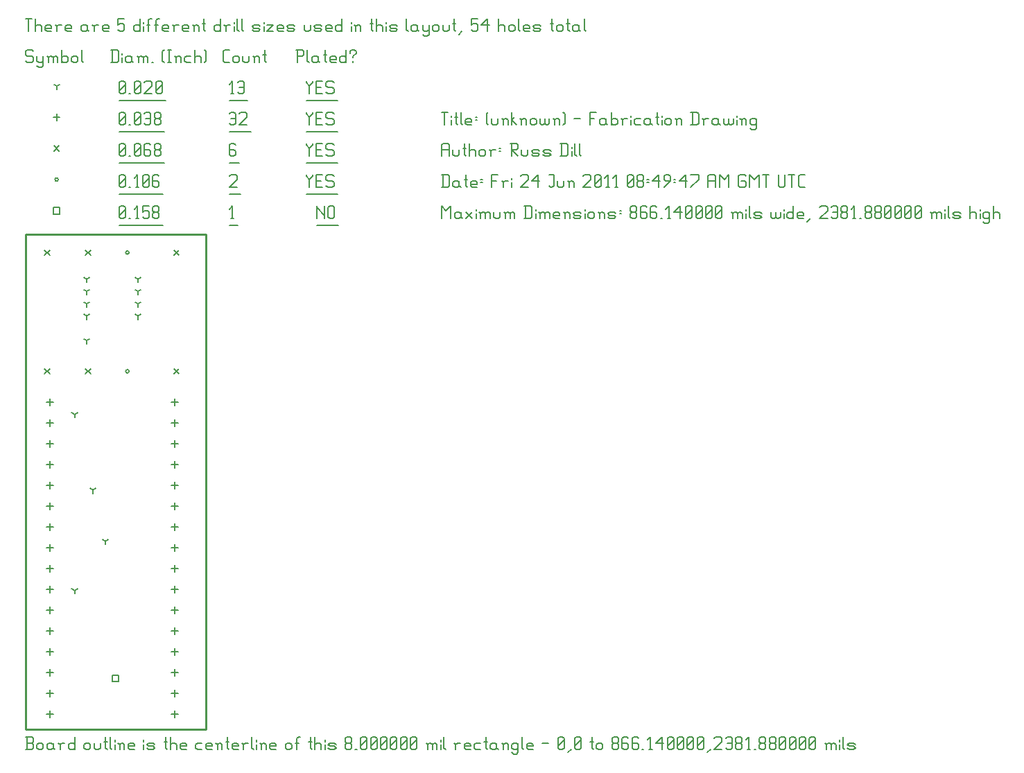
<source format=gbr>
G04 start of page 10 for group -3984 idx -3984 *
G04 Title: (unknown), fab *
G04 Creator: pcb 1.99z *
G04 CreationDate: Fri 24 Jun 2011 08:49:47 AM GMT UTC *
G04 For: russ *
G04 Format: Gerber/RS-274X *
G04 PCB-Dimensions: 86614 238188 *
G04 PCB-Coordinate-Origin: lower left *
%MOIN*%
%FSLAX25Y25*%
%LNFAB*%
%ADD74C,0.0100*%
%ADD73C,0.0060*%
%ADD72C,0.0080*%
G54D72*X41707Y26205D02*X44907D01*
X41707D02*Y23005D01*
X44907D01*
Y26205D02*Y23005D01*
X13400Y251038D02*X16600D01*
X13400D02*Y247838D01*
X16600D01*
Y251038D02*Y247838D01*
G54D73*X140000Y251688D02*Y245688D01*
Y251688D02*Y250938D01*
X143750Y247188D01*
Y251688D02*Y245688D01*
X145551Y250938D02*Y246438D01*
Y250938D02*X146301Y251688D01*
X147801D01*
X148551Y250938D01*
Y246438D01*
X147801Y245688D02*X148551Y246438D01*
X146301Y245688D02*X147801D01*
X145551Y246438D02*X146301Y245688D01*
X140000Y242437D02*X150353D01*
X98750Y245688D02*X100250D01*
X99500Y251688D02*Y245688D01*
X98000Y250188D02*X99500Y251688D01*
X98000Y242437D02*X102051D01*
X45000Y246438D02*X45750Y245688D01*
X45000Y250938D02*Y246438D01*
Y250938D02*X45750Y251688D01*
X47250D01*
X48000Y250938D01*
Y246438D01*
X47250Y245688D02*X48000Y246438D01*
X45750Y245688D02*X47250D01*
X45000Y247188D02*X48000Y250188D01*
X49801Y245688D02*X50551D01*
X53103D02*X54603D01*
X53853Y251688D02*Y245688D01*
X52353Y250188D02*X53853Y251688D01*
X56404D02*X59404D01*
X56404D02*Y248688D01*
X57154Y249438D01*
X58654D01*
X59404Y248688D01*
Y246438D01*
X58654Y245688D02*X59404Y246438D01*
X57154Y245688D02*X58654D01*
X56404Y246438D02*X57154Y245688D01*
X61206Y246438D02*X61956Y245688D01*
X61206Y247938D02*Y246438D01*
Y247938D02*X61956Y248688D01*
X63456D01*
X64206Y247938D01*
Y246438D01*
X63456Y245688D02*X64206Y246438D01*
X61956Y245688D02*X63456D01*
X61206Y249438D02*X61956Y248688D01*
X61206Y250938D02*Y249438D01*
Y250938D02*X61956Y251688D01*
X63456D01*
X64206Y250938D01*
Y249438D01*
X63456Y248688D02*X64206Y249438D01*
X45000Y242437D02*X66007D01*
X48216Y172243D02*G75*G03X49816Y172243I800J0D01*G01*
G75*G03X48216Y172243I-800J0D01*G01*
Y229329D02*G75*G03X49816Y229329I800J0D01*G01*
G75*G03X48216Y229329I-800J0D01*G01*
X14200Y264438D02*G75*G03X15800Y264438I800J0D01*G01*
G75*G03X14200Y264438I-800J0D01*G01*
X135000Y266688D02*Y265938D01*
X136500Y264438D01*
X138000Y265938D01*
Y266688D02*Y265938D01*
X136500Y264438D02*Y260688D01*
X139801Y263688D02*X142051D01*
X139801Y260688D02*X142801D01*
X139801Y266688D02*Y260688D01*
Y266688D02*X142801D01*
X147603D02*X148353Y265938D01*
X145353Y266688D02*X147603D01*
X144603Y265938D02*X145353Y266688D01*
X144603Y265938D02*Y264438D01*
X145353Y263688D01*
X147603D01*
X148353Y262938D01*
Y261438D01*
X147603Y260688D02*X148353Y261438D01*
X145353Y260688D02*X147603D01*
X144603Y261438D02*X145353Y260688D01*
X135000Y257437D02*X150154D01*
X98000Y265938D02*X98750Y266688D01*
X101000D01*
X101750Y265938D01*
Y264438D01*
X98000Y260688D02*X101750Y264438D01*
X98000Y260688D02*X101750D01*
X98000Y257437D02*X103551D01*
X45000Y261438D02*X45750Y260688D01*
X45000Y265938D02*Y261438D01*
Y265938D02*X45750Y266688D01*
X47250D01*
X48000Y265938D01*
Y261438D01*
X47250Y260688D02*X48000Y261438D01*
X45750Y260688D02*X47250D01*
X45000Y262188D02*X48000Y265188D01*
X49801Y260688D02*X50551D01*
X53103D02*X54603D01*
X53853Y266688D02*Y260688D01*
X52353Y265188D02*X53853Y266688D01*
X56404Y261438D02*X57154Y260688D01*
X56404Y265938D02*Y261438D01*
Y265938D02*X57154Y266688D01*
X58654D01*
X59404Y265938D01*
Y261438D01*
X58654Y260688D02*X59404Y261438D01*
X57154Y260688D02*X58654D01*
X56404Y262188D02*X59404Y265188D01*
X63456Y266688D02*X64206Y265938D01*
X61956Y266688D02*X63456D01*
X61206Y265938D02*X61956Y266688D01*
X61206Y265938D02*Y261438D01*
X61956Y260688D01*
X63456Y263688D02*X64206Y262938D01*
X61206Y263688D02*X63456D01*
X61956Y260688D02*X63456D01*
X64206Y261438D01*
Y262938D02*Y261438D01*
X45000Y257437D02*X66007D01*
X71280Y173443D02*X73680Y171043D01*
X71280D02*X73680Y173443D01*
X71280Y230529D02*X73680Y228129D01*
X71280D02*X73680Y230529D01*
X28919D02*X31319Y228129D01*
X28919D02*X31319Y230529D01*
X9234D02*X11634Y228129D01*
X9234D02*X11634Y230529D01*
X28919Y173443D02*X31319Y171043D01*
X28919D02*X31319Y173443D01*
X9234D02*X11634Y171043D01*
X9234D02*X11634Y173443D01*
X13800Y280638D02*X16200Y278238D01*
X13800D02*X16200Y280638D01*
X135000Y281688D02*Y280938D01*
X136500Y279438D01*
X138000Y280938D01*
Y281688D02*Y280938D01*
X136500Y279438D02*Y275688D01*
X139801Y278688D02*X142051D01*
X139801Y275688D02*X142801D01*
X139801Y281688D02*Y275688D01*
Y281688D02*X142801D01*
X147603D02*X148353Y280938D01*
X145353Y281688D02*X147603D01*
X144603Y280938D02*X145353Y281688D01*
X144603Y280938D02*Y279438D01*
X145353Y278688D01*
X147603D01*
X148353Y277938D01*
Y276438D01*
X147603Y275688D02*X148353Y276438D01*
X145353Y275688D02*X147603D01*
X144603Y276438D02*X145353Y275688D01*
X135000Y272437D02*X150154D01*
X100250Y281688D02*X101000Y280938D01*
X98750Y281688D02*X100250D01*
X98000Y280938D02*X98750Y281688D01*
X98000Y280938D02*Y276438D01*
X98750Y275688D01*
X100250Y278688D02*X101000Y277938D01*
X98000Y278688D02*X100250D01*
X98750Y275688D02*X100250D01*
X101000Y276438D01*
Y277938D02*Y276438D01*
X98000Y272437D02*X102801D01*
X45000Y276438D02*X45750Y275688D01*
X45000Y280938D02*Y276438D01*
Y280938D02*X45750Y281688D01*
X47250D01*
X48000Y280938D01*
Y276438D01*
X47250Y275688D02*X48000Y276438D01*
X45750Y275688D02*X47250D01*
X45000Y277188D02*X48000Y280188D01*
X49801Y275688D02*X50551D01*
X52353Y276438D02*X53103Y275688D01*
X52353Y280938D02*Y276438D01*
Y280938D02*X53103Y281688D01*
X54603D01*
X55353Y280938D01*
Y276438D01*
X54603Y275688D02*X55353Y276438D01*
X53103Y275688D02*X54603D01*
X52353Y277188D02*X55353Y280188D01*
X59404Y281688D02*X60154Y280938D01*
X57904Y281688D02*X59404D01*
X57154Y280938D02*X57904Y281688D01*
X57154Y280938D02*Y276438D01*
X57904Y275688D01*
X59404Y278688D02*X60154Y277938D01*
X57154Y278688D02*X59404D01*
X57904Y275688D02*X59404D01*
X60154Y276438D01*
Y277938D02*Y276438D01*
X61956D02*X62706Y275688D01*
X61956Y277938D02*Y276438D01*
Y277938D02*X62706Y278688D01*
X64206D01*
X64956Y277938D01*
Y276438D01*
X64206Y275688D02*X64956Y276438D01*
X62706Y275688D02*X64206D01*
X61956Y279438D02*X62706Y278688D01*
X61956Y280938D02*Y279438D01*
Y280938D02*X62706Y281688D01*
X64206D01*
X64956Y280938D01*
Y279438D01*
X64206Y278688D02*X64956Y279438D01*
X45000Y272437D02*X66757D01*
X11811Y159079D02*Y155879D01*
X10211Y157479D02*X13411D01*
X11811Y149079D02*Y145879D01*
X10211Y147479D02*X13411D01*
X11811Y139079D02*Y135879D01*
X10211Y137479D02*X13411D01*
X11811Y129079D02*Y125879D01*
X10211Y127479D02*X13411D01*
X11811Y119079D02*Y115879D01*
X10211Y117479D02*X13411D01*
X11811Y109079D02*Y105879D01*
X10211Y107479D02*X13411D01*
X11811Y99079D02*Y95879D01*
X10211Y97479D02*X13411D01*
X11811Y89079D02*Y85879D01*
X10211Y87479D02*X13411D01*
X11811Y79079D02*Y75879D01*
X10211Y77479D02*X13411D01*
X11811Y69079D02*Y65879D01*
X10211Y67479D02*X13411D01*
X11811Y59079D02*Y55879D01*
X10211Y57479D02*X13411D01*
X11811Y49079D02*Y45879D01*
X10211Y47479D02*X13411D01*
X11811Y39079D02*Y35879D01*
X10211Y37479D02*X13411D01*
X11811Y29079D02*Y25879D01*
X10211Y27479D02*X13411D01*
X11811Y19079D02*Y15879D01*
X10211Y17479D02*X13411D01*
X11811Y9079D02*Y5879D01*
X10211Y7479D02*X13411D01*
X71811Y159079D02*Y155879D01*
X70211Y157479D02*X73411D01*
X71811Y149079D02*Y145879D01*
X70211Y147479D02*X73411D01*
X71811Y139079D02*Y135879D01*
X70211Y137479D02*X73411D01*
X71811Y129079D02*Y125879D01*
X70211Y127479D02*X73411D01*
X71811Y119079D02*Y115879D01*
X70211Y117479D02*X73411D01*
X71811Y109079D02*Y105879D01*
X70211Y107479D02*X73411D01*
X71811Y99079D02*Y95879D01*
X70211Y97479D02*X73411D01*
X71811Y89079D02*Y85879D01*
X70211Y87479D02*X73411D01*
X71811Y79079D02*Y75879D01*
X70211Y77479D02*X73411D01*
X71811Y69079D02*Y65879D01*
X70211Y67479D02*X73411D01*
X71811Y59079D02*Y55879D01*
X70211Y57479D02*X73411D01*
X71811Y49079D02*Y45879D01*
X70211Y47479D02*X73411D01*
X71811Y39079D02*Y35879D01*
X70211Y37479D02*X73411D01*
X71811Y29079D02*Y25879D01*
X70211Y27479D02*X73411D01*
X71811Y19079D02*Y15879D01*
X70211Y17479D02*X73411D01*
X71811Y9079D02*Y5879D01*
X70211Y7479D02*X73411D01*
X15000Y296038D02*Y292838D01*
X13400Y294438D02*X16600D01*
X135000Y296688D02*Y295938D01*
X136500Y294438D01*
X138000Y295938D01*
Y296688D02*Y295938D01*
X136500Y294438D02*Y290688D01*
X139801Y293688D02*X142051D01*
X139801Y290688D02*X142801D01*
X139801Y296688D02*Y290688D01*
Y296688D02*X142801D01*
X147603D02*X148353Y295938D01*
X145353Y296688D02*X147603D01*
X144603Y295938D02*X145353Y296688D01*
X144603Y295938D02*Y294438D01*
X145353Y293688D01*
X147603D01*
X148353Y292938D01*
Y291438D01*
X147603Y290688D02*X148353Y291438D01*
X145353Y290688D02*X147603D01*
X144603Y291438D02*X145353Y290688D01*
X135000Y287437D02*X150154D01*
X98000Y295938D02*X98750Y296688D01*
X100250D01*
X101000Y295938D01*
Y291438D01*
X100250Y290688D02*X101000Y291438D01*
X98750Y290688D02*X100250D01*
X98000Y291438D02*X98750Y290688D01*
Y293688D02*X101000D01*
X102801Y295938D02*X103551Y296688D01*
X105801D01*
X106551Y295938D01*
Y294438D01*
X102801Y290688D02*X106551Y294438D01*
X102801Y290688D02*X106551D01*
X98000Y287437D02*X108353D01*
X45000Y291438D02*X45750Y290688D01*
X45000Y295938D02*Y291438D01*
Y295938D02*X45750Y296688D01*
X47250D01*
X48000Y295938D01*
Y291438D01*
X47250Y290688D02*X48000Y291438D01*
X45750Y290688D02*X47250D01*
X45000Y292188D02*X48000Y295188D01*
X49801Y290688D02*X50551D01*
X52353Y291438D02*X53103Y290688D01*
X52353Y295938D02*Y291438D01*
Y295938D02*X53103Y296688D01*
X54603D01*
X55353Y295938D01*
Y291438D01*
X54603Y290688D02*X55353Y291438D01*
X53103Y290688D02*X54603D01*
X52353Y292188D02*X55353Y295188D01*
X57154Y295938D02*X57904Y296688D01*
X59404D01*
X60154Y295938D01*
Y291438D01*
X59404Y290688D02*X60154Y291438D01*
X57904Y290688D02*X59404D01*
X57154Y291438D02*X57904Y290688D01*
Y293688D02*X60154D01*
X61956Y291438D02*X62706Y290688D01*
X61956Y292938D02*Y291438D01*
Y292938D02*X62706Y293688D01*
X64206D01*
X64956Y292938D01*
Y291438D01*
X64206Y290688D02*X64956Y291438D01*
X62706Y290688D02*X64206D01*
X61956Y294438D02*X62706Y293688D01*
X61956Y295938D02*Y294438D01*
Y295938D02*X62706Y296688D01*
X64206D01*
X64956Y295938D01*
Y294438D01*
X64206Y293688D02*X64956Y294438D01*
X45000Y287437D02*X66757D01*
X23625Y66905D02*Y65305D01*
Y66905D02*X25011Y67705D01*
X23625Y66905D02*X22239Y67705D01*
X29528Y216534D02*Y214934D01*
Y216534D02*X30914Y217334D01*
X29528Y216534D02*X28142Y217334D01*
X54134Y216534D02*Y214934D01*
Y216534D02*X55520Y217334D01*
X54134Y216534D02*X52748Y217334D01*
X54134Y210629D02*Y209029D01*
Y210629D02*X55520Y211429D01*
X54134Y210629D02*X52748Y211429D01*
X54134Y204723D02*Y203123D01*
Y204723D02*X55520Y205523D01*
X54134Y204723D02*X52748Y205523D01*
X54134Y198818D02*Y197218D01*
Y198818D02*X55520Y199618D01*
X54134Y198818D02*X52748Y199618D01*
X29528Y198818D02*Y197218D01*
Y198818D02*X30914Y199618D01*
X29528Y198818D02*X28142Y199618D01*
X29528Y204723D02*Y203123D01*
Y204723D02*X30914Y205523D01*
X29528Y204723D02*X28142Y205523D01*
X29528Y210629D02*Y209029D01*
Y210629D02*X30914Y211429D01*
X29528Y210629D02*X28142Y211429D01*
X29528Y187007D02*Y185407D01*
Y187007D02*X30914Y187807D01*
X29528Y187007D02*X28142Y187807D01*
X23624Y151550D02*Y149950D01*
Y151550D02*X25010Y152350D01*
X23624Y151550D02*X22238Y152350D01*
X38386Y90550D02*Y88950D01*
Y90550D02*X39772Y91350D01*
X38386Y90550D02*X37000Y91350D01*
X32480Y115157D02*Y113557D01*
Y115157D02*X33866Y115957D01*
X32480Y115157D02*X31094Y115957D01*
X15000Y309438D02*Y307838D01*
Y309438D02*X16386Y310238D01*
X15000Y309438D02*X13614Y310238D01*
X135000Y311688D02*Y310938D01*
X136500Y309438D01*
X138000Y310938D01*
Y311688D02*Y310938D01*
X136500Y309438D02*Y305688D01*
X139801Y308688D02*X142051D01*
X139801Y305688D02*X142801D01*
X139801Y311688D02*Y305688D01*
Y311688D02*X142801D01*
X147603D02*X148353Y310938D01*
X145353Y311688D02*X147603D01*
X144603Y310938D02*X145353Y311688D01*
X144603Y310938D02*Y309438D01*
X145353Y308688D01*
X147603D01*
X148353Y307938D01*
Y306438D01*
X147603Y305688D02*X148353Y306438D01*
X145353Y305688D02*X147603D01*
X144603Y306438D02*X145353Y305688D01*
X135000Y302437D02*X150154D01*
X98750Y305688D02*X100250D01*
X99500Y311688D02*Y305688D01*
X98000Y310188D02*X99500Y311688D01*
X102051Y310938D02*X102801Y311688D01*
X104301D01*
X105051Y310938D01*
Y306438D01*
X104301Y305688D02*X105051Y306438D01*
X102801Y305688D02*X104301D01*
X102051Y306438D02*X102801Y305688D01*
Y308688D02*X105051D01*
X98000Y302437D02*X106853D01*
X45000Y306438D02*X45750Y305688D01*
X45000Y310938D02*Y306438D01*
Y310938D02*X45750Y311688D01*
X47250D01*
X48000Y310938D01*
Y306438D01*
X47250Y305688D02*X48000Y306438D01*
X45750Y305688D02*X47250D01*
X45000Y307188D02*X48000Y310188D01*
X49801Y305688D02*X50551D01*
X52353Y306438D02*X53103Y305688D01*
X52353Y310938D02*Y306438D01*
Y310938D02*X53103Y311688D01*
X54603D01*
X55353Y310938D01*
Y306438D01*
X54603Y305688D02*X55353Y306438D01*
X53103Y305688D02*X54603D01*
X52353Y307188D02*X55353Y310188D01*
X57154Y310938D02*X57904Y311688D01*
X60154D01*
X60904Y310938D01*
Y309438D01*
X57154Y305688D02*X60904Y309438D01*
X57154Y305688D02*X60904D01*
X62706Y306438D02*X63456Y305688D01*
X62706Y310938D02*Y306438D01*
Y310938D02*X63456Y311688D01*
X64956D01*
X65706Y310938D01*
Y306438D01*
X64956Y305688D02*X65706Y306438D01*
X63456Y305688D02*X64956D01*
X62706Y307188D02*X65706Y310188D01*
X45000Y302437D02*X67507D01*
X3000Y326688D02*X3750Y325938D01*
X750Y326688D02*X3000D01*
X0Y325938D02*X750Y326688D01*
X0Y325938D02*Y324438D01*
X750Y323688D01*
X3000D01*
X3750Y322938D01*
Y321438D01*
X3000Y320688D02*X3750Y321438D01*
X750Y320688D02*X3000D01*
X0Y321438D02*X750Y320688D01*
X5551Y323688D02*Y321438D01*
X6301Y320688D01*
X8551Y323688D02*Y319188D01*
X7801Y318438D02*X8551Y319188D01*
X6301Y318438D02*X7801D01*
X5551Y319188D02*X6301Y318438D01*
Y320688D02*X7801D01*
X8551Y321438D01*
X11103Y322938D02*Y320688D01*
Y322938D02*X11853Y323688D01*
X12603D01*
X13353Y322938D01*
Y320688D01*
Y322938D02*X14103Y323688D01*
X14853D01*
X15603Y322938D01*
Y320688D01*
X10353Y323688D02*X11103Y322938D01*
X17404Y326688D02*Y320688D01*
Y321438D02*X18154Y320688D01*
X19654D01*
X20404Y321438D01*
Y322938D02*Y321438D01*
X19654Y323688D02*X20404Y322938D01*
X18154Y323688D02*X19654D01*
X17404Y322938D02*X18154Y323688D01*
X22206Y322938D02*Y321438D01*
Y322938D02*X22956Y323688D01*
X24456D01*
X25206Y322938D01*
Y321438D01*
X24456Y320688D02*X25206Y321438D01*
X22956Y320688D02*X24456D01*
X22206Y321438D02*X22956Y320688D01*
X27007Y326688D02*Y321438D01*
X27757Y320688D01*
X41750Y326688D02*Y320688D01*
X44000Y326688D02*X44750Y325938D01*
Y321438D01*
X44000Y320688D02*X44750Y321438D01*
X41000Y320688D02*X44000D01*
X41000Y326688D02*X44000D01*
X46551Y325188D02*Y324438D01*
Y322938D02*Y320688D01*
X50303Y323688D02*X51053Y322938D01*
X48803Y323688D02*X50303D01*
X48053Y322938D02*X48803Y323688D01*
X48053Y322938D02*Y321438D01*
X48803Y320688D01*
X51053Y323688D02*Y321438D01*
X51803Y320688D01*
X48803D02*X50303D01*
X51053Y321438D01*
X54354Y322938D02*Y320688D01*
Y322938D02*X55104Y323688D01*
X55854D01*
X56604Y322938D01*
Y320688D01*
Y322938D02*X57354Y323688D01*
X58104D01*
X58854Y322938D01*
Y320688D01*
X53604Y323688D02*X54354Y322938D01*
X60656Y320688D02*X61406D01*
X65907Y321438D02*X66657Y320688D01*
X65907Y325938D02*X66657Y326688D01*
X65907Y325938D02*Y321438D01*
X68459Y326688D02*X69959D01*
X69209D02*Y320688D01*
X68459D02*X69959D01*
X72510Y322938D02*Y320688D01*
Y322938D02*X73260Y323688D01*
X74010D01*
X74760Y322938D01*
Y320688D01*
X71760Y323688D02*X72510Y322938D01*
X77312Y323688D02*X79562D01*
X76562Y322938D02*X77312Y323688D01*
X76562Y322938D02*Y321438D01*
X77312Y320688D01*
X79562D01*
X81363Y326688D02*Y320688D01*
Y322938D02*X82113Y323688D01*
X83613D01*
X84363Y322938D01*
Y320688D01*
X86165Y326688D02*X86915Y325938D01*
Y321438D01*
X86165Y320688D02*X86915Y321438D01*
X95750Y320688D02*X98000D01*
X95000Y321438D02*X95750Y320688D01*
X95000Y325938D02*Y321438D01*
Y325938D02*X95750Y326688D01*
X98000D01*
X99801Y322938D02*Y321438D01*
Y322938D02*X100551Y323688D01*
X102051D01*
X102801Y322938D01*
Y321438D01*
X102051Y320688D02*X102801Y321438D01*
X100551Y320688D02*X102051D01*
X99801Y321438D02*X100551Y320688D01*
X104603Y323688D02*Y321438D01*
X105353Y320688D01*
X106853D01*
X107603Y321438D01*
Y323688D02*Y321438D01*
X110154Y322938D02*Y320688D01*
Y322938D02*X110904Y323688D01*
X111654D01*
X112404Y322938D01*
Y320688D01*
X109404Y323688D02*X110154Y322938D01*
X114956Y326688D02*Y321438D01*
X115706Y320688D01*
X114206Y324438D02*X115706D01*
X130750Y326688D02*Y320688D01*
X130000Y326688D02*X133000D01*
X133750Y325938D01*
Y324438D01*
X133000Y323688D02*X133750Y324438D01*
X130750Y323688D02*X133000D01*
X135551Y326688D02*Y321438D01*
X136301Y320688D01*
X140053Y323688D02*X140803Y322938D01*
X138553Y323688D02*X140053D01*
X137803Y322938D02*X138553Y323688D01*
X137803Y322938D02*Y321438D01*
X138553Y320688D01*
X140803Y323688D02*Y321438D01*
X141553Y320688D01*
X138553D02*X140053D01*
X140803Y321438D01*
X144104Y326688D02*Y321438D01*
X144854Y320688D01*
X143354Y324438D02*X144854D01*
X147106Y320688D02*X149356D01*
X146356Y321438D02*X147106Y320688D01*
X146356Y322938D02*Y321438D01*
Y322938D02*X147106Y323688D01*
X148606D01*
X149356Y322938D01*
X146356Y322188D02*X149356D01*
Y322938D02*Y322188D01*
X154157Y326688D02*Y320688D01*
X153407D02*X154157Y321438D01*
X151907Y320688D02*X153407D01*
X151157Y321438D02*X151907Y320688D01*
X151157Y322938D02*Y321438D01*
Y322938D02*X151907Y323688D01*
X153407D01*
X154157Y322938D01*
X157459Y323688D02*Y322938D01*
Y321438D02*Y320688D01*
X155959Y325938D02*Y325188D01*
Y325938D02*X156709Y326688D01*
X158209D01*
X158959Y325938D01*
Y325188D01*
X157459Y323688D02*X158959Y325188D01*
X0Y341688D02*X3000D01*
X1500D02*Y335688D01*
X4801Y341688D02*Y335688D01*
Y337938D02*X5551Y338688D01*
X7051D01*
X7801Y337938D01*
Y335688D01*
X10353D02*X12603D01*
X9603Y336438D02*X10353Y335688D01*
X9603Y337938D02*Y336438D01*
Y337938D02*X10353Y338688D01*
X11853D01*
X12603Y337938D01*
X9603Y337188D02*X12603D01*
Y337938D02*Y337188D01*
X15154Y337938D02*Y335688D01*
Y337938D02*X15904Y338688D01*
X17404D01*
X14404D02*X15154Y337938D01*
X19956Y335688D02*X22206D01*
X19206Y336438D02*X19956Y335688D01*
X19206Y337938D02*Y336438D01*
Y337938D02*X19956Y338688D01*
X21456D01*
X22206Y337938D01*
X19206Y337188D02*X22206D01*
Y337938D02*Y337188D01*
X28957Y338688D02*X29707Y337938D01*
X27457Y338688D02*X28957D01*
X26707Y337938D02*X27457Y338688D01*
X26707Y337938D02*Y336438D01*
X27457Y335688D01*
X29707Y338688D02*Y336438D01*
X30457Y335688D01*
X27457D02*X28957D01*
X29707Y336438D01*
X33009Y337938D02*Y335688D01*
Y337938D02*X33759Y338688D01*
X35259D01*
X32259D02*X33009Y337938D01*
X37810Y335688D02*X40060D01*
X37060Y336438D02*X37810Y335688D01*
X37060Y337938D02*Y336438D01*
Y337938D02*X37810Y338688D01*
X39310D01*
X40060Y337938D01*
X37060Y337188D02*X40060D01*
Y337938D02*Y337188D01*
X44562Y341688D02*X47562D01*
X44562D02*Y338688D01*
X45312Y339438D01*
X46812D01*
X47562Y338688D01*
Y336438D01*
X46812Y335688D02*X47562Y336438D01*
X45312Y335688D02*X46812D01*
X44562Y336438D02*X45312Y335688D01*
X55063Y341688D02*Y335688D01*
X54313D02*X55063Y336438D01*
X52813Y335688D02*X54313D01*
X52063Y336438D02*X52813Y335688D01*
X52063Y337938D02*Y336438D01*
Y337938D02*X52813Y338688D01*
X54313D01*
X55063Y337938D01*
X56865Y340188D02*Y339438D01*
Y337938D02*Y335688D01*
X59116Y340938D02*Y335688D01*
Y340938D02*X59866Y341688D01*
X60616D01*
X58366Y338688D02*X59866D01*
X62868Y340938D02*Y335688D01*
Y340938D02*X63618Y341688D01*
X64368D01*
X62118Y338688D02*X63618D01*
X66619Y335688D02*X68869D01*
X65869Y336438D02*X66619Y335688D01*
X65869Y337938D02*Y336438D01*
Y337938D02*X66619Y338688D01*
X68119D01*
X68869Y337938D01*
X65869Y337188D02*X68869D01*
Y337938D02*Y337188D01*
X71421Y337938D02*Y335688D01*
Y337938D02*X72171Y338688D01*
X73671D01*
X70671D02*X71421Y337938D01*
X76222Y335688D02*X78472D01*
X75472Y336438D02*X76222Y335688D01*
X75472Y337938D02*Y336438D01*
Y337938D02*X76222Y338688D01*
X77722D01*
X78472Y337938D01*
X75472Y337188D02*X78472D01*
Y337938D02*Y337188D01*
X81024Y337938D02*Y335688D01*
Y337938D02*X81774Y338688D01*
X82524D01*
X83274Y337938D01*
Y335688D01*
X80274Y338688D02*X81024Y337938D01*
X85825Y341688D02*Y336438D01*
X86575Y335688D01*
X85075Y339438D02*X86575D01*
X93777Y341688D02*Y335688D01*
X93027D02*X93777Y336438D01*
X91527Y335688D02*X93027D01*
X90777Y336438D02*X91527Y335688D01*
X90777Y337938D02*Y336438D01*
Y337938D02*X91527Y338688D01*
X93027D01*
X93777Y337938D01*
X96328D02*Y335688D01*
Y337938D02*X97078Y338688D01*
X98578D01*
X95578D02*X96328Y337938D01*
X100380Y340188D02*Y339438D01*
Y337938D02*Y335688D01*
X101881Y341688D02*Y336438D01*
X102631Y335688D01*
X104133Y341688D02*Y336438D01*
X104883Y335688D01*
X109834D02*X112084D01*
X112834Y336438D01*
X112084Y337188D02*X112834Y336438D01*
X109834Y337188D02*X112084D01*
X109084Y337938D02*X109834Y337188D01*
X109084Y337938D02*X109834Y338688D01*
X112084D01*
X112834Y337938D01*
X109084Y336438D02*X109834Y335688D01*
X114636Y340188D02*Y339438D01*
Y337938D02*Y335688D01*
X116137Y338688D02*X119137D01*
X116137Y335688D02*X119137Y338688D01*
X116137Y335688D02*X119137D01*
X121689D02*X123939D01*
X120939Y336438D02*X121689Y335688D01*
X120939Y337938D02*Y336438D01*
Y337938D02*X121689Y338688D01*
X123189D01*
X123939Y337938D01*
X120939Y337188D02*X123939D01*
Y337938D02*Y337188D01*
X126490Y335688D02*X128740D01*
X129490Y336438D01*
X128740Y337188D02*X129490Y336438D01*
X126490Y337188D02*X128740D01*
X125740Y337938D02*X126490Y337188D01*
X125740Y337938D02*X126490Y338688D01*
X128740D01*
X129490Y337938D01*
X125740Y336438D02*X126490Y335688D01*
X133992Y338688D02*Y336438D01*
X134742Y335688D01*
X136242D01*
X136992Y336438D01*
Y338688D02*Y336438D01*
X139543Y335688D02*X141793D01*
X142543Y336438D01*
X141793Y337188D02*X142543Y336438D01*
X139543Y337188D02*X141793D01*
X138793Y337938D02*X139543Y337188D01*
X138793Y337938D02*X139543Y338688D01*
X141793D01*
X142543Y337938D01*
X138793Y336438D02*X139543Y335688D01*
X145095D02*X147345D01*
X144345Y336438D02*X145095Y335688D01*
X144345Y337938D02*Y336438D01*
Y337938D02*X145095Y338688D01*
X146595D01*
X147345Y337938D01*
X144345Y337188D02*X147345D01*
Y337938D02*Y337188D01*
X152146Y341688D02*Y335688D01*
X151396D02*X152146Y336438D01*
X149896Y335688D02*X151396D01*
X149146Y336438D02*X149896Y335688D01*
X149146Y337938D02*Y336438D01*
Y337938D02*X149896Y338688D01*
X151396D01*
X152146Y337938D01*
X156648Y340188D02*Y339438D01*
Y337938D02*Y335688D01*
X158899Y337938D02*Y335688D01*
Y337938D02*X159649Y338688D01*
X160399D01*
X161149Y337938D01*
Y335688D01*
X158149Y338688D02*X158899Y337938D01*
X166401Y341688D02*Y336438D01*
X167151Y335688D01*
X165651Y339438D02*X167151D01*
X168652Y341688D02*Y335688D01*
Y337938D02*X169402Y338688D01*
X170902D01*
X171652Y337938D01*
Y335688D01*
X173454Y340188D02*Y339438D01*
Y337938D02*Y335688D01*
X175705D02*X177955D01*
X178705Y336438D01*
X177955Y337188D02*X178705Y336438D01*
X175705Y337188D02*X177955D01*
X174955Y337938D02*X175705Y337188D01*
X174955Y337938D02*X175705Y338688D01*
X177955D01*
X178705Y337938D01*
X174955Y336438D02*X175705Y335688D01*
X183207Y341688D02*Y336438D01*
X183957Y335688D01*
X187708Y338688D02*X188458Y337938D01*
X186208Y338688D02*X187708D01*
X185458Y337938D02*X186208Y338688D01*
X185458Y337938D02*Y336438D01*
X186208Y335688D01*
X188458Y338688D02*Y336438D01*
X189208Y335688D01*
X186208D02*X187708D01*
X188458Y336438D01*
X191010Y338688D02*Y336438D01*
X191760Y335688D01*
X194010Y338688D02*Y334188D01*
X193260Y333438D02*X194010Y334188D01*
X191760Y333438D02*X193260D01*
X191010Y334188D02*X191760Y333438D01*
Y335688D02*X193260D01*
X194010Y336438D01*
X195811Y337938D02*Y336438D01*
Y337938D02*X196561Y338688D01*
X198061D01*
X198811Y337938D01*
Y336438D01*
X198061Y335688D02*X198811Y336438D01*
X196561Y335688D02*X198061D01*
X195811Y336438D02*X196561Y335688D01*
X200613Y338688D02*Y336438D01*
X201363Y335688D01*
X202863D01*
X203613Y336438D01*
Y338688D02*Y336438D01*
X206164Y341688D02*Y336438D01*
X206914Y335688D01*
X205414Y339438D02*X206914D01*
X208416Y334188D02*X209916Y335688D01*
X214417Y341688D02*X217417D01*
X214417D02*Y338688D01*
X215167Y339438D01*
X216667D01*
X217417Y338688D01*
Y336438D01*
X216667Y335688D02*X217417Y336438D01*
X215167Y335688D02*X216667D01*
X214417Y336438D02*X215167Y335688D01*
X219219Y338688D02*X222219Y341688D01*
X219219Y338688D02*X222969D01*
X222219Y341688D02*Y335688D01*
X227470Y341688D02*Y335688D01*
Y337938D02*X228220Y338688D01*
X229720D01*
X230470Y337938D01*
Y335688D01*
X232272Y337938D02*Y336438D01*
Y337938D02*X233022Y338688D01*
X234522D01*
X235272Y337938D01*
Y336438D01*
X234522Y335688D02*X235272Y336438D01*
X233022Y335688D02*X234522D01*
X232272Y336438D02*X233022Y335688D01*
X237073Y341688D02*Y336438D01*
X237823Y335688D01*
X240075D02*X242325D01*
X239325Y336438D02*X240075Y335688D01*
X239325Y337938D02*Y336438D01*
Y337938D02*X240075Y338688D01*
X241575D01*
X242325Y337938D01*
X239325Y337188D02*X242325D01*
Y337938D02*Y337188D01*
X244876Y335688D02*X247126D01*
X247876Y336438D01*
X247126Y337188D02*X247876Y336438D01*
X244876Y337188D02*X247126D01*
X244126Y337938D02*X244876Y337188D01*
X244126Y337938D02*X244876Y338688D01*
X247126D01*
X247876Y337938D01*
X244126Y336438D02*X244876Y335688D01*
X253128Y341688D02*Y336438D01*
X253878Y335688D01*
X252378Y339438D02*X253878D01*
X255379Y337938D02*Y336438D01*
Y337938D02*X256129Y338688D01*
X257629D01*
X258379Y337938D01*
Y336438D01*
X257629Y335688D02*X258379Y336438D01*
X256129Y335688D02*X257629D01*
X255379Y336438D02*X256129Y335688D01*
X260931Y341688D02*Y336438D01*
X261681Y335688D01*
X260181Y339438D02*X261681D01*
X265432Y338688D02*X266182Y337938D01*
X263932Y338688D02*X265432D01*
X263182Y337938D02*X263932Y338688D01*
X263182Y337938D02*Y336438D01*
X263932Y335688D01*
X266182Y338688D02*Y336438D01*
X266932Y335688D01*
X263932D02*X265432D01*
X266182Y336438D01*
X268734Y341688D02*Y336438D01*
X269484Y335688D01*
G54D74*X0Y238188D02*X86614D01*
X0D02*Y0D01*
X86614Y238188D02*Y0D01*
X0D02*X86614D01*
G54D73*X200000Y251688D02*Y245688D01*
Y251688D02*X202250Y249438D01*
X204500Y251688D01*
Y245688D01*
X208551Y248688D02*X209301Y247938D01*
X207051Y248688D02*X208551D01*
X206301Y247938D02*X207051Y248688D01*
X206301Y247938D02*Y246438D01*
X207051Y245688D01*
X209301Y248688D02*Y246438D01*
X210051Y245688D01*
X207051D02*X208551D01*
X209301Y246438D01*
X211853Y248688D02*X214853Y245688D01*
X211853D02*X214853Y248688D01*
X216654Y250188D02*Y249438D01*
Y247938D02*Y245688D01*
X218906Y247938D02*Y245688D01*
Y247938D02*X219656Y248688D01*
X220406D01*
X221156Y247938D01*
Y245688D01*
Y247938D02*X221906Y248688D01*
X222656D01*
X223406Y247938D01*
Y245688D01*
X218156Y248688D02*X218906Y247938D01*
X225207Y248688D02*Y246438D01*
X225957Y245688D01*
X227457D01*
X228207Y246438D01*
Y248688D02*Y246438D01*
X230759Y247938D02*Y245688D01*
Y247938D02*X231509Y248688D01*
X232259D01*
X233009Y247938D01*
Y245688D01*
Y247938D02*X233759Y248688D01*
X234509D01*
X235259Y247938D01*
Y245688D01*
X230009Y248688D02*X230759Y247938D01*
X240510Y251688D02*Y245688D01*
X242760Y251688D02*X243510Y250938D01*
Y246438D01*
X242760Y245688D02*X243510Y246438D01*
X239760Y245688D02*X242760D01*
X239760Y251688D02*X242760D01*
X245312Y250188D02*Y249438D01*
Y247938D02*Y245688D01*
X247563Y247938D02*Y245688D01*
Y247938D02*X248313Y248688D01*
X249063D01*
X249813Y247938D01*
Y245688D01*
Y247938D02*X250563Y248688D01*
X251313D01*
X252063Y247938D01*
Y245688D01*
X246813Y248688D02*X247563Y247938D01*
X254615Y245688D02*X256865D01*
X253865Y246438D02*X254615Y245688D01*
X253865Y247938D02*Y246438D01*
Y247938D02*X254615Y248688D01*
X256115D01*
X256865Y247938D01*
X253865Y247188D02*X256865D01*
Y247938D02*Y247188D01*
X259416Y247938D02*Y245688D01*
Y247938D02*X260166Y248688D01*
X260916D01*
X261666Y247938D01*
Y245688D01*
X258666Y248688D02*X259416Y247938D01*
X264218Y245688D02*X266468D01*
X267218Y246438D01*
X266468Y247188D02*X267218Y246438D01*
X264218Y247188D02*X266468D01*
X263468Y247938D02*X264218Y247188D01*
X263468Y247938D02*X264218Y248688D01*
X266468D01*
X267218Y247938D01*
X263468Y246438D02*X264218Y245688D01*
X269019Y250188D02*Y249438D01*
Y247938D02*Y245688D01*
X270521Y247938D02*Y246438D01*
Y247938D02*X271271Y248688D01*
X272771D01*
X273521Y247938D01*
Y246438D01*
X272771Y245688D02*X273521Y246438D01*
X271271Y245688D02*X272771D01*
X270521Y246438D02*X271271Y245688D01*
X276072Y247938D02*Y245688D01*
Y247938D02*X276822Y248688D01*
X277572D01*
X278322Y247938D01*
Y245688D01*
X275322Y248688D02*X276072Y247938D01*
X280874Y245688D02*X283124D01*
X283874Y246438D01*
X283124Y247188D02*X283874Y246438D01*
X280874Y247188D02*X283124D01*
X280124Y247938D02*X280874Y247188D01*
X280124Y247938D02*X280874Y248688D01*
X283124D01*
X283874Y247938D01*
X280124Y246438D02*X280874Y245688D01*
X285675Y249438D02*X286425D01*
X285675Y247938D02*X286425D01*
X290927Y246438D02*X291677Y245688D01*
X290927Y247938D02*Y246438D01*
Y247938D02*X291677Y248688D01*
X293177D01*
X293927Y247938D01*
Y246438D01*
X293177Y245688D02*X293927Y246438D01*
X291677Y245688D02*X293177D01*
X290927Y249438D02*X291677Y248688D01*
X290927Y250938D02*Y249438D01*
Y250938D02*X291677Y251688D01*
X293177D01*
X293927Y250938D01*
Y249438D01*
X293177Y248688D02*X293927Y249438D01*
X297978Y251688D02*X298728Y250938D01*
X296478Y251688D02*X297978D01*
X295728Y250938D02*X296478Y251688D01*
X295728Y250938D02*Y246438D01*
X296478Y245688D01*
X297978Y248688D02*X298728Y247938D01*
X295728Y248688D02*X297978D01*
X296478Y245688D02*X297978D01*
X298728Y246438D01*
Y247938D02*Y246438D01*
X302780Y251688D02*X303530Y250938D01*
X301280Y251688D02*X302780D01*
X300530Y250938D02*X301280Y251688D01*
X300530Y250938D02*Y246438D01*
X301280Y245688D01*
X302780Y248688D02*X303530Y247938D01*
X300530Y248688D02*X302780D01*
X301280Y245688D02*X302780D01*
X303530Y246438D01*
Y247938D02*Y246438D01*
X305331Y245688D02*X306081D01*
X308633D02*X310133D01*
X309383Y251688D02*Y245688D01*
X307883Y250188D02*X309383Y251688D01*
X311934Y248688D02*X314934Y251688D01*
X311934Y248688D02*X315684D01*
X314934Y251688D02*Y245688D01*
X317486Y246438D02*X318236Y245688D01*
X317486Y250938D02*Y246438D01*
Y250938D02*X318236Y251688D01*
X319736D01*
X320486Y250938D01*
Y246438D01*
X319736Y245688D02*X320486Y246438D01*
X318236Y245688D02*X319736D01*
X317486Y247188D02*X320486Y250188D01*
X322287Y246438D02*X323037Y245688D01*
X322287Y250938D02*Y246438D01*
Y250938D02*X323037Y251688D01*
X324537D01*
X325287Y250938D01*
Y246438D01*
X324537Y245688D02*X325287Y246438D01*
X323037Y245688D02*X324537D01*
X322287Y247188D02*X325287Y250188D01*
X327089Y246438D02*X327839Y245688D01*
X327089Y250938D02*Y246438D01*
Y250938D02*X327839Y251688D01*
X329339D01*
X330089Y250938D01*
Y246438D01*
X329339Y245688D02*X330089Y246438D01*
X327839Y245688D02*X329339D01*
X327089Y247188D02*X330089Y250188D01*
X331890Y246438D02*X332640Y245688D01*
X331890Y250938D02*Y246438D01*
Y250938D02*X332640Y251688D01*
X334140D01*
X334890Y250938D01*
Y246438D01*
X334140Y245688D02*X334890Y246438D01*
X332640Y245688D02*X334140D01*
X331890Y247188D02*X334890Y250188D01*
X340142Y247938D02*Y245688D01*
Y247938D02*X340892Y248688D01*
X341642D01*
X342392Y247938D01*
Y245688D01*
Y247938D02*X343142Y248688D01*
X343892D01*
X344642Y247938D01*
Y245688D01*
X339392Y248688D02*X340142Y247938D01*
X346443Y250188D02*Y249438D01*
Y247938D02*Y245688D01*
X347945Y251688D02*Y246438D01*
X348695Y245688D01*
X350946D02*X353196D01*
X353946Y246438D01*
X353196Y247188D02*X353946Y246438D01*
X350946Y247188D02*X353196D01*
X350196Y247938D02*X350946Y247188D01*
X350196Y247938D02*X350946Y248688D01*
X353196D01*
X353946Y247938D01*
X350196Y246438D02*X350946Y245688D01*
X358448Y248688D02*Y246438D01*
X359198Y245688D01*
X359948D01*
X360698Y246438D01*
Y248688D02*Y246438D01*
X361448Y245688D01*
X362198D01*
X362948Y246438D01*
Y248688D02*Y246438D01*
X364749Y250188D02*Y249438D01*
Y247938D02*Y245688D01*
X369251Y251688D02*Y245688D01*
X368501D02*X369251Y246438D01*
X367001Y245688D02*X368501D01*
X366251Y246438D02*X367001Y245688D01*
X366251Y247938D02*Y246438D01*
Y247938D02*X367001Y248688D01*
X368501D01*
X369251Y247938D01*
X371802Y245688D02*X374052D01*
X371052Y246438D02*X371802Y245688D01*
X371052Y247938D02*Y246438D01*
Y247938D02*X371802Y248688D01*
X373302D01*
X374052Y247938D01*
X371052Y247188D02*X374052D01*
Y247938D02*Y247188D01*
X375854Y244188D02*X377354Y245688D01*
X381855Y250938D02*X382605Y251688D01*
X384855D01*
X385605Y250938D01*
Y249438D01*
X381855Y245688D02*X385605Y249438D01*
X381855Y245688D02*X385605D01*
X387407Y250938D02*X388157Y251688D01*
X389657D01*
X390407Y250938D01*
Y246438D01*
X389657Y245688D02*X390407Y246438D01*
X388157Y245688D02*X389657D01*
X387407Y246438D02*X388157Y245688D01*
Y248688D02*X390407D01*
X392208Y246438D02*X392958Y245688D01*
X392208Y247938D02*Y246438D01*
Y247938D02*X392958Y248688D01*
X394458D01*
X395208Y247938D01*
Y246438D01*
X394458Y245688D02*X395208Y246438D01*
X392958Y245688D02*X394458D01*
X392208Y249438D02*X392958Y248688D01*
X392208Y250938D02*Y249438D01*
Y250938D02*X392958Y251688D01*
X394458D01*
X395208Y250938D01*
Y249438D01*
X394458Y248688D02*X395208Y249438D01*
X397760Y245688D02*X399260D01*
X398510Y251688D02*Y245688D01*
X397010Y250188D02*X398510Y251688D01*
X401061Y245688D02*X401811D01*
X403613Y246438D02*X404363Y245688D01*
X403613Y247938D02*Y246438D01*
Y247938D02*X404363Y248688D01*
X405863D01*
X406613Y247938D01*
Y246438D01*
X405863Y245688D02*X406613Y246438D01*
X404363Y245688D02*X405863D01*
X403613Y249438D02*X404363Y248688D01*
X403613Y250938D02*Y249438D01*
Y250938D02*X404363Y251688D01*
X405863D01*
X406613Y250938D01*
Y249438D01*
X405863Y248688D02*X406613Y249438D01*
X408414Y246438D02*X409164Y245688D01*
X408414Y247938D02*Y246438D01*
Y247938D02*X409164Y248688D01*
X410664D01*
X411414Y247938D01*
Y246438D01*
X410664Y245688D02*X411414Y246438D01*
X409164Y245688D02*X410664D01*
X408414Y249438D02*X409164Y248688D01*
X408414Y250938D02*Y249438D01*
Y250938D02*X409164Y251688D01*
X410664D01*
X411414Y250938D01*
Y249438D01*
X410664Y248688D02*X411414Y249438D01*
X413216Y246438D02*X413966Y245688D01*
X413216Y250938D02*Y246438D01*
Y250938D02*X413966Y251688D01*
X415466D01*
X416216Y250938D01*
Y246438D01*
X415466Y245688D02*X416216Y246438D01*
X413966Y245688D02*X415466D01*
X413216Y247188D02*X416216Y250188D01*
X418017Y246438D02*X418767Y245688D01*
X418017Y250938D02*Y246438D01*
Y250938D02*X418767Y251688D01*
X420267D01*
X421017Y250938D01*
Y246438D01*
X420267Y245688D02*X421017Y246438D01*
X418767Y245688D02*X420267D01*
X418017Y247188D02*X421017Y250188D01*
X422819Y246438D02*X423569Y245688D01*
X422819Y250938D02*Y246438D01*
Y250938D02*X423569Y251688D01*
X425069D01*
X425819Y250938D01*
Y246438D01*
X425069Y245688D02*X425819Y246438D01*
X423569Y245688D02*X425069D01*
X422819Y247188D02*X425819Y250188D01*
X427620Y246438D02*X428370Y245688D01*
X427620Y250938D02*Y246438D01*
Y250938D02*X428370Y251688D01*
X429870D01*
X430620Y250938D01*
Y246438D01*
X429870Y245688D02*X430620Y246438D01*
X428370Y245688D02*X429870D01*
X427620Y247188D02*X430620Y250188D01*
X435872Y247938D02*Y245688D01*
Y247938D02*X436622Y248688D01*
X437372D01*
X438122Y247938D01*
Y245688D01*
Y247938D02*X438872Y248688D01*
X439622D01*
X440372Y247938D01*
Y245688D01*
X435122Y248688D02*X435872Y247938D01*
X442173Y250188D02*Y249438D01*
Y247938D02*Y245688D01*
X443675Y251688D02*Y246438D01*
X444425Y245688D01*
X446676D02*X448926D01*
X449676Y246438D01*
X448926Y247188D02*X449676Y246438D01*
X446676Y247188D02*X448926D01*
X445926Y247938D02*X446676Y247188D01*
X445926Y247938D02*X446676Y248688D01*
X448926D01*
X449676Y247938D01*
X445926Y246438D02*X446676Y245688D01*
X454178Y251688D02*Y245688D01*
Y247938D02*X454928Y248688D01*
X456428D01*
X457178Y247938D01*
Y245688D01*
X458979Y250188D02*Y249438D01*
Y247938D02*Y245688D01*
X462731Y248688D02*X463481Y247938D01*
X461231Y248688D02*X462731D01*
X460481Y247938D02*X461231Y248688D01*
X460481Y247938D02*Y246438D01*
X461231Y245688D01*
X462731D01*
X463481Y246438D01*
X460481Y244188D02*X461231Y243438D01*
X462731D01*
X463481Y244188D01*
Y248688D02*Y244188D01*
X465282Y251688D02*Y245688D01*
Y247938D02*X466032Y248688D01*
X467532D01*
X468282Y247938D01*
Y245688D01*
X0Y-9500D02*X3000D01*
X3750Y-8750D01*
Y-7250D02*Y-8750D01*
X3000Y-6500D02*X3750Y-7250D01*
X750Y-6500D02*X3000D01*
X750Y-3500D02*Y-9500D01*
X0Y-3500D02*X3000D01*
X3750Y-4250D01*
Y-5750D01*
X3000Y-6500D02*X3750Y-5750D01*
X5551Y-7250D02*Y-8750D01*
Y-7250D02*X6301Y-6500D01*
X7801D01*
X8551Y-7250D01*
Y-8750D01*
X7801Y-9500D02*X8551Y-8750D01*
X6301Y-9500D02*X7801D01*
X5551Y-8750D02*X6301Y-9500D01*
X12603Y-6500D02*X13353Y-7250D01*
X11103Y-6500D02*X12603D01*
X10353Y-7250D02*X11103Y-6500D01*
X10353Y-7250D02*Y-8750D01*
X11103Y-9500D01*
X13353Y-6500D02*Y-8750D01*
X14103Y-9500D01*
X11103D02*X12603D01*
X13353Y-8750D01*
X16654Y-7250D02*Y-9500D01*
Y-7250D02*X17404Y-6500D01*
X18904D01*
X15904D02*X16654Y-7250D01*
X23706Y-3500D02*Y-9500D01*
X22956D02*X23706Y-8750D01*
X21456Y-9500D02*X22956D01*
X20706Y-8750D02*X21456Y-9500D01*
X20706Y-7250D02*Y-8750D01*
Y-7250D02*X21456Y-6500D01*
X22956D01*
X23706Y-7250D01*
X28207D02*Y-8750D01*
Y-7250D02*X28957Y-6500D01*
X30457D01*
X31207Y-7250D01*
Y-8750D01*
X30457Y-9500D02*X31207Y-8750D01*
X28957Y-9500D02*X30457D01*
X28207Y-8750D02*X28957Y-9500D01*
X33009Y-6500D02*Y-8750D01*
X33759Y-9500D01*
X35259D01*
X36009Y-8750D01*
Y-6500D02*Y-8750D01*
X38560Y-3500D02*Y-8750D01*
X39310Y-9500D01*
X37810Y-5750D02*X39310D01*
X40812Y-3500D02*Y-8750D01*
X41562Y-9500D01*
X43063Y-5000D02*Y-5750D01*
Y-7250D02*Y-9500D01*
X45315Y-7250D02*Y-9500D01*
Y-7250D02*X46065Y-6500D01*
X46815D01*
X47565Y-7250D01*
Y-9500D01*
X44565Y-6500D02*X45315Y-7250D01*
X50116Y-9500D02*X52366D01*
X49366Y-8750D02*X50116Y-9500D01*
X49366Y-7250D02*Y-8750D01*
Y-7250D02*X50116Y-6500D01*
X51616D01*
X52366Y-7250D01*
X49366Y-8000D02*X52366D01*
Y-7250D02*Y-8000D01*
X56868Y-5000D02*Y-5750D01*
Y-7250D02*Y-9500D01*
X59119D02*X61369D01*
X62119Y-8750D01*
X61369Y-8000D02*X62119Y-8750D01*
X59119Y-8000D02*X61369D01*
X58369Y-7250D02*X59119Y-8000D01*
X58369Y-7250D02*X59119Y-6500D01*
X61369D01*
X62119Y-7250D01*
X58369Y-8750D02*X59119Y-9500D01*
X67371Y-3500D02*Y-8750D01*
X68121Y-9500D01*
X66621Y-5750D02*X68121D01*
X69622Y-3500D02*Y-9500D01*
Y-7250D02*X70372Y-6500D01*
X71872D01*
X72622Y-7250D01*
Y-9500D01*
X75174D02*X77424D01*
X74424Y-8750D02*X75174Y-9500D01*
X74424Y-7250D02*Y-8750D01*
Y-7250D02*X75174Y-6500D01*
X76674D01*
X77424Y-7250D01*
X74424Y-8000D02*X77424D01*
Y-7250D02*Y-8000D01*
X82675Y-6500D02*X84925D01*
X81925Y-7250D02*X82675Y-6500D01*
X81925Y-7250D02*Y-8750D01*
X82675Y-9500D01*
X84925D01*
X87477D02*X89727D01*
X86727Y-8750D02*X87477Y-9500D01*
X86727Y-7250D02*Y-8750D01*
Y-7250D02*X87477Y-6500D01*
X88977D01*
X89727Y-7250D01*
X86727Y-8000D02*X89727D01*
Y-7250D02*Y-8000D01*
X92278Y-7250D02*Y-9500D01*
Y-7250D02*X93028Y-6500D01*
X93778D01*
X94528Y-7250D01*
Y-9500D01*
X91528Y-6500D02*X92278Y-7250D01*
X97080Y-3500D02*Y-8750D01*
X97830Y-9500D01*
X96330Y-5750D02*X97830D01*
X100081Y-9500D02*X102331D01*
X99331Y-8750D02*X100081Y-9500D01*
X99331Y-7250D02*Y-8750D01*
Y-7250D02*X100081Y-6500D01*
X101581D01*
X102331Y-7250D01*
X99331Y-8000D02*X102331D01*
Y-7250D02*Y-8000D01*
X104883Y-7250D02*Y-9500D01*
Y-7250D02*X105633Y-6500D01*
X107133D01*
X104133D02*X104883Y-7250D01*
X108934Y-3500D02*Y-8750D01*
X109684Y-9500D01*
X111186Y-5000D02*Y-5750D01*
Y-7250D02*Y-9500D01*
X113437Y-7250D02*Y-9500D01*
Y-7250D02*X114187Y-6500D01*
X114937D01*
X115687Y-7250D01*
Y-9500D01*
X112687Y-6500D02*X113437Y-7250D01*
X118239Y-9500D02*X120489D01*
X117489Y-8750D02*X118239Y-9500D01*
X117489Y-7250D02*Y-8750D01*
Y-7250D02*X118239Y-6500D01*
X119739D01*
X120489Y-7250D01*
X117489Y-8000D02*X120489D01*
Y-7250D02*Y-8000D01*
X124990Y-7250D02*Y-8750D01*
Y-7250D02*X125740Y-6500D01*
X127240D01*
X127990Y-7250D01*
Y-8750D01*
X127240Y-9500D02*X127990Y-8750D01*
X125740Y-9500D02*X127240D01*
X124990Y-8750D02*X125740Y-9500D01*
X130542Y-4250D02*Y-9500D01*
Y-4250D02*X131292Y-3500D01*
X132042D01*
X129792Y-6500D02*X131292D01*
X136993Y-3500D02*Y-8750D01*
X137743Y-9500D01*
X136243Y-5750D02*X137743D01*
X139245Y-3500D02*Y-9500D01*
Y-7250D02*X139995Y-6500D01*
X141495D01*
X142245Y-7250D01*
Y-9500D01*
X144046Y-5000D02*Y-5750D01*
Y-7250D02*Y-9500D01*
X146298D02*X148548D01*
X149298Y-8750D01*
X148548Y-8000D02*X149298Y-8750D01*
X146298Y-8000D02*X148548D01*
X145548Y-7250D02*X146298Y-8000D01*
X145548Y-7250D02*X146298Y-6500D01*
X148548D01*
X149298Y-7250D01*
X145548Y-8750D02*X146298Y-9500D01*
X153799Y-8750D02*X154549Y-9500D01*
X153799Y-7250D02*Y-8750D01*
Y-7250D02*X154549Y-6500D01*
X156049D01*
X156799Y-7250D01*
Y-8750D01*
X156049Y-9500D02*X156799Y-8750D01*
X154549Y-9500D02*X156049D01*
X153799Y-5750D02*X154549Y-6500D01*
X153799Y-4250D02*Y-5750D01*
Y-4250D02*X154549Y-3500D01*
X156049D01*
X156799Y-4250D01*
Y-5750D01*
X156049Y-6500D02*X156799Y-5750D01*
X158601Y-9500D02*X159351D01*
X161152Y-8750D02*X161902Y-9500D01*
X161152Y-4250D02*Y-8750D01*
Y-4250D02*X161902Y-3500D01*
X163402D01*
X164152Y-4250D01*
Y-8750D01*
X163402Y-9500D02*X164152Y-8750D01*
X161902Y-9500D02*X163402D01*
X161152Y-8000D02*X164152Y-5000D01*
X165954Y-8750D02*X166704Y-9500D01*
X165954Y-4250D02*Y-8750D01*
Y-4250D02*X166704Y-3500D01*
X168204D01*
X168954Y-4250D01*
Y-8750D01*
X168204Y-9500D02*X168954Y-8750D01*
X166704Y-9500D02*X168204D01*
X165954Y-8000D02*X168954Y-5000D01*
X170755Y-8750D02*X171505Y-9500D01*
X170755Y-4250D02*Y-8750D01*
Y-4250D02*X171505Y-3500D01*
X173005D01*
X173755Y-4250D01*
Y-8750D01*
X173005Y-9500D02*X173755Y-8750D01*
X171505Y-9500D02*X173005D01*
X170755Y-8000D02*X173755Y-5000D01*
X175557Y-8750D02*X176307Y-9500D01*
X175557Y-4250D02*Y-8750D01*
Y-4250D02*X176307Y-3500D01*
X177807D01*
X178557Y-4250D01*
Y-8750D01*
X177807Y-9500D02*X178557Y-8750D01*
X176307Y-9500D02*X177807D01*
X175557Y-8000D02*X178557Y-5000D01*
X180358Y-8750D02*X181108Y-9500D01*
X180358Y-4250D02*Y-8750D01*
Y-4250D02*X181108Y-3500D01*
X182608D01*
X183358Y-4250D01*
Y-8750D01*
X182608Y-9500D02*X183358Y-8750D01*
X181108Y-9500D02*X182608D01*
X180358Y-8000D02*X183358Y-5000D01*
X185160Y-8750D02*X185910Y-9500D01*
X185160Y-4250D02*Y-8750D01*
Y-4250D02*X185910Y-3500D01*
X187410D01*
X188160Y-4250D01*
Y-8750D01*
X187410Y-9500D02*X188160Y-8750D01*
X185910Y-9500D02*X187410D01*
X185160Y-8000D02*X188160Y-5000D01*
X193411Y-7250D02*Y-9500D01*
Y-7250D02*X194161Y-6500D01*
X194911D01*
X195661Y-7250D01*
Y-9500D01*
Y-7250D02*X196411Y-6500D01*
X197161D01*
X197911Y-7250D01*
Y-9500D01*
X192661Y-6500D02*X193411Y-7250D01*
X199713Y-5000D02*Y-5750D01*
Y-7250D02*Y-9500D01*
X201214Y-3500D02*Y-8750D01*
X201964Y-9500D01*
X206916Y-7250D02*Y-9500D01*
Y-7250D02*X207666Y-6500D01*
X209166D01*
X206166D02*X206916Y-7250D01*
X211717Y-9500D02*X213967D01*
X210967Y-8750D02*X211717Y-9500D01*
X210967Y-7250D02*Y-8750D01*
Y-7250D02*X211717Y-6500D01*
X213217D01*
X213967Y-7250D01*
X210967Y-8000D02*X213967D01*
Y-7250D02*Y-8000D01*
X216519Y-6500D02*X218769D01*
X215769Y-7250D02*X216519Y-6500D01*
X215769Y-7250D02*Y-8750D01*
X216519Y-9500D01*
X218769D01*
X221320Y-3500D02*Y-8750D01*
X222070Y-9500D01*
X220570Y-5750D02*X222070D01*
X225822Y-6500D02*X226572Y-7250D01*
X224322Y-6500D02*X225822D01*
X223572Y-7250D02*X224322Y-6500D01*
X223572Y-7250D02*Y-8750D01*
X224322Y-9500D01*
X226572Y-6500D02*Y-8750D01*
X227322Y-9500D01*
X224322D02*X225822D01*
X226572Y-8750D01*
X229873Y-7250D02*Y-9500D01*
Y-7250D02*X230623Y-6500D01*
X231373D01*
X232123Y-7250D01*
Y-9500D01*
X229123Y-6500D02*X229873Y-7250D01*
X236175Y-6500D02*X236925Y-7250D01*
X234675Y-6500D02*X236175D01*
X233925Y-7250D02*X234675Y-6500D01*
X233925Y-7250D02*Y-8750D01*
X234675Y-9500D01*
X236175D01*
X236925Y-8750D01*
X233925Y-11000D02*X234675Y-11750D01*
X236175D01*
X236925Y-11000D01*
Y-6500D02*Y-11000D01*
X238726Y-3500D02*Y-8750D01*
X239476Y-9500D01*
X241728D02*X243978D01*
X240978Y-8750D02*X241728Y-9500D01*
X240978Y-7250D02*Y-8750D01*
Y-7250D02*X241728Y-6500D01*
X243228D01*
X243978Y-7250D01*
X240978Y-8000D02*X243978D01*
Y-7250D02*Y-8000D01*
X248479Y-6500D02*X251479D01*
X255981Y-8750D02*X256731Y-9500D01*
X255981Y-4250D02*Y-8750D01*
Y-4250D02*X256731Y-3500D01*
X258231D01*
X258981Y-4250D01*
Y-8750D01*
X258231Y-9500D02*X258981Y-8750D01*
X256731Y-9500D02*X258231D01*
X255981Y-8000D02*X258981Y-5000D01*
X260782Y-11000D02*X262282Y-9500D01*
X264084Y-8750D02*X264834Y-9500D01*
X264084Y-4250D02*Y-8750D01*
Y-4250D02*X264834Y-3500D01*
X266334D01*
X267084Y-4250D01*
Y-8750D01*
X266334Y-9500D02*X267084Y-8750D01*
X264834Y-9500D02*X266334D01*
X264084Y-8000D02*X267084Y-5000D01*
X272335Y-3500D02*Y-8750D01*
X273085Y-9500D01*
X271585Y-5750D02*X273085D01*
X274587Y-7250D02*Y-8750D01*
Y-7250D02*X275337Y-6500D01*
X276837D01*
X277587Y-7250D01*
Y-8750D01*
X276837Y-9500D02*X277587Y-8750D01*
X275337Y-9500D02*X276837D01*
X274587Y-8750D02*X275337Y-9500D01*
X282088Y-8750D02*X282838Y-9500D01*
X282088Y-7250D02*Y-8750D01*
Y-7250D02*X282838Y-6500D01*
X284338D01*
X285088Y-7250D01*
Y-8750D01*
X284338Y-9500D02*X285088Y-8750D01*
X282838Y-9500D02*X284338D01*
X282088Y-5750D02*X282838Y-6500D01*
X282088Y-4250D02*Y-5750D01*
Y-4250D02*X282838Y-3500D01*
X284338D01*
X285088Y-4250D01*
Y-5750D01*
X284338Y-6500D02*X285088Y-5750D01*
X289140Y-3500D02*X289890Y-4250D01*
X287640Y-3500D02*X289140D01*
X286890Y-4250D02*X287640Y-3500D01*
X286890Y-4250D02*Y-8750D01*
X287640Y-9500D01*
X289140Y-6500D02*X289890Y-7250D01*
X286890Y-6500D02*X289140D01*
X287640Y-9500D02*X289140D01*
X289890Y-8750D01*
Y-7250D02*Y-8750D01*
X293941Y-3500D02*X294691Y-4250D01*
X292441Y-3500D02*X293941D01*
X291691Y-4250D02*X292441Y-3500D01*
X291691Y-4250D02*Y-8750D01*
X292441Y-9500D01*
X293941Y-6500D02*X294691Y-7250D01*
X291691Y-6500D02*X293941D01*
X292441Y-9500D02*X293941D01*
X294691Y-8750D01*
Y-7250D02*Y-8750D01*
X296493Y-9500D02*X297243D01*
X299794D02*X301294D01*
X300544Y-3500D02*Y-9500D01*
X299044Y-5000D02*X300544Y-3500D01*
X303096Y-6500D02*X306096Y-3500D01*
X303096Y-6500D02*X306846D01*
X306096Y-3500D02*Y-9500D01*
X308647Y-8750D02*X309397Y-9500D01*
X308647Y-4250D02*Y-8750D01*
Y-4250D02*X309397Y-3500D01*
X310897D01*
X311647Y-4250D01*
Y-8750D01*
X310897Y-9500D02*X311647Y-8750D01*
X309397Y-9500D02*X310897D01*
X308647Y-8000D02*X311647Y-5000D01*
X313449Y-8750D02*X314199Y-9500D01*
X313449Y-4250D02*Y-8750D01*
Y-4250D02*X314199Y-3500D01*
X315699D01*
X316449Y-4250D01*
Y-8750D01*
X315699Y-9500D02*X316449Y-8750D01*
X314199Y-9500D02*X315699D01*
X313449Y-8000D02*X316449Y-5000D01*
X318250Y-8750D02*X319000Y-9500D01*
X318250Y-4250D02*Y-8750D01*
Y-4250D02*X319000Y-3500D01*
X320500D01*
X321250Y-4250D01*
Y-8750D01*
X320500Y-9500D02*X321250Y-8750D01*
X319000Y-9500D02*X320500D01*
X318250Y-8000D02*X321250Y-5000D01*
X323052Y-8750D02*X323802Y-9500D01*
X323052Y-4250D02*Y-8750D01*
Y-4250D02*X323802Y-3500D01*
X325302D01*
X326052Y-4250D01*
Y-8750D01*
X325302Y-9500D02*X326052Y-8750D01*
X323802Y-9500D02*X325302D01*
X323052Y-8000D02*X326052Y-5000D01*
X327853Y-11000D02*X329353Y-9500D01*
X331155Y-4250D02*X331905Y-3500D01*
X334155D01*
X334905Y-4250D01*
Y-5750D01*
X331155Y-9500D02*X334905Y-5750D01*
X331155Y-9500D02*X334905D01*
X336706Y-4250D02*X337456Y-3500D01*
X338956D01*
X339706Y-4250D01*
Y-8750D01*
X338956Y-9500D02*X339706Y-8750D01*
X337456Y-9500D02*X338956D01*
X336706Y-8750D02*X337456Y-9500D01*
Y-6500D02*X339706D01*
X341508Y-8750D02*X342258Y-9500D01*
X341508Y-7250D02*Y-8750D01*
Y-7250D02*X342258Y-6500D01*
X343758D01*
X344508Y-7250D01*
Y-8750D01*
X343758Y-9500D02*X344508Y-8750D01*
X342258Y-9500D02*X343758D01*
X341508Y-5750D02*X342258Y-6500D01*
X341508Y-4250D02*Y-5750D01*
Y-4250D02*X342258Y-3500D01*
X343758D01*
X344508Y-4250D01*
Y-5750D01*
X343758Y-6500D02*X344508Y-5750D01*
X347059Y-9500D02*X348559D01*
X347809Y-3500D02*Y-9500D01*
X346309Y-5000D02*X347809Y-3500D01*
X350361Y-9500D02*X351111D01*
X352912Y-8750D02*X353662Y-9500D01*
X352912Y-7250D02*Y-8750D01*
Y-7250D02*X353662Y-6500D01*
X355162D01*
X355912Y-7250D01*
Y-8750D01*
X355162Y-9500D02*X355912Y-8750D01*
X353662Y-9500D02*X355162D01*
X352912Y-5750D02*X353662Y-6500D01*
X352912Y-4250D02*Y-5750D01*
Y-4250D02*X353662Y-3500D01*
X355162D01*
X355912Y-4250D01*
Y-5750D01*
X355162Y-6500D02*X355912Y-5750D01*
X357714Y-8750D02*X358464Y-9500D01*
X357714Y-7250D02*Y-8750D01*
Y-7250D02*X358464Y-6500D01*
X359964D01*
X360714Y-7250D01*
Y-8750D01*
X359964Y-9500D02*X360714Y-8750D01*
X358464Y-9500D02*X359964D01*
X357714Y-5750D02*X358464Y-6500D01*
X357714Y-4250D02*Y-5750D01*
Y-4250D02*X358464Y-3500D01*
X359964D01*
X360714Y-4250D01*
Y-5750D01*
X359964Y-6500D02*X360714Y-5750D01*
X362515Y-8750D02*X363265Y-9500D01*
X362515Y-4250D02*Y-8750D01*
Y-4250D02*X363265Y-3500D01*
X364765D01*
X365515Y-4250D01*
Y-8750D01*
X364765Y-9500D02*X365515Y-8750D01*
X363265Y-9500D02*X364765D01*
X362515Y-8000D02*X365515Y-5000D01*
X367317Y-8750D02*X368067Y-9500D01*
X367317Y-4250D02*Y-8750D01*
Y-4250D02*X368067Y-3500D01*
X369567D01*
X370317Y-4250D01*
Y-8750D01*
X369567Y-9500D02*X370317Y-8750D01*
X368067Y-9500D02*X369567D01*
X367317Y-8000D02*X370317Y-5000D01*
X372118Y-8750D02*X372868Y-9500D01*
X372118Y-4250D02*Y-8750D01*
Y-4250D02*X372868Y-3500D01*
X374368D01*
X375118Y-4250D01*
Y-8750D01*
X374368Y-9500D02*X375118Y-8750D01*
X372868Y-9500D02*X374368D01*
X372118Y-8000D02*X375118Y-5000D01*
X376920Y-8750D02*X377670Y-9500D01*
X376920Y-4250D02*Y-8750D01*
Y-4250D02*X377670Y-3500D01*
X379170D01*
X379920Y-4250D01*
Y-8750D01*
X379170Y-9500D02*X379920Y-8750D01*
X377670Y-9500D02*X379170D01*
X376920Y-8000D02*X379920Y-5000D01*
X385171Y-7250D02*Y-9500D01*
Y-7250D02*X385921Y-6500D01*
X386671D01*
X387421Y-7250D01*
Y-9500D01*
Y-7250D02*X388171Y-6500D01*
X388921D01*
X389671Y-7250D01*
Y-9500D01*
X384421Y-6500D02*X385171Y-7250D01*
X391473Y-5000D02*Y-5750D01*
Y-7250D02*Y-9500D01*
X392974Y-3500D02*Y-8750D01*
X393724Y-9500D01*
X395976D02*X398226D01*
X398976Y-8750D01*
X398226Y-8000D02*X398976Y-8750D01*
X395976Y-8000D02*X398226D01*
X395226Y-7250D02*X395976Y-8000D01*
X395226Y-7250D02*X395976Y-6500D01*
X398226D01*
X398976Y-7250D01*
X395226Y-8750D02*X395976Y-9500D01*
X200750Y266688D02*Y260688D01*
X203000Y266688D02*X203750Y265938D01*
Y261438D01*
X203000Y260688D02*X203750Y261438D01*
X200000Y260688D02*X203000D01*
X200000Y266688D02*X203000D01*
X207801Y263688D02*X208551Y262938D01*
X206301Y263688D02*X207801D01*
X205551Y262938D02*X206301Y263688D01*
X205551Y262938D02*Y261438D01*
X206301Y260688D01*
X208551Y263688D02*Y261438D01*
X209301Y260688D01*
X206301D02*X207801D01*
X208551Y261438D01*
X211853Y266688D02*Y261438D01*
X212603Y260688D01*
X211103Y264438D02*X212603D01*
X214854Y260688D02*X217104D01*
X214104Y261438D02*X214854Y260688D01*
X214104Y262938D02*Y261438D01*
Y262938D02*X214854Y263688D01*
X216354D01*
X217104Y262938D01*
X214104Y262188D02*X217104D01*
Y262938D02*Y262188D01*
X218906Y264438D02*X219656D01*
X218906Y262938D02*X219656D01*
X224157Y266688D02*Y260688D01*
Y266688D02*X227157D01*
X224157Y263688D02*X226407D01*
X229709Y262938D02*Y260688D01*
Y262938D02*X230459Y263688D01*
X231959D01*
X228959D02*X229709Y262938D01*
X233760Y265188D02*Y264438D01*
Y262938D02*Y260688D01*
X237962Y265938D02*X238712Y266688D01*
X240962D01*
X241712Y265938D01*
Y264438D01*
X237962Y260688D02*X241712Y264438D01*
X237962Y260688D02*X241712D01*
X243513Y263688D02*X246513Y266688D01*
X243513Y263688D02*X247263D01*
X246513Y266688D02*Y260688D01*
X251765Y266688D02*X254015D01*
Y261438D01*
X253265Y260688D02*X254015Y261438D01*
X252515Y260688D02*X253265D01*
X251765Y261438D02*X252515Y260688D01*
X255816Y263688D02*Y261438D01*
X256566Y260688D01*
X258066D01*
X258816Y261438D01*
Y263688D02*Y261438D01*
X261368Y262938D02*Y260688D01*
Y262938D02*X262118Y263688D01*
X262868D01*
X263618Y262938D01*
Y260688D01*
X260618Y263688D02*X261368Y262938D01*
X268119Y265938D02*X268869Y266688D01*
X271119D01*
X271869Y265938D01*
Y264438D01*
X268119Y260688D02*X271869Y264438D01*
X268119Y260688D02*X271869D01*
X273671Y261438D02*X274421Y260688D01*
X273671Y265938D02*Y261438D01*
Y265938D02*X274421Y266688D01*
X275921D01*
X276671Y265938D01*
Y261438D01*
X275921Y260688D02*X276671Y261438D01*
X274421Y260688D02*X275921D01*
X273671Y262188D02*X276671Y265188D01*
X279222Y260688D02*X280722D01*
X279972Y266688D02*Y260688D01*
X278472Y265188D02*X279972Y266688D01*
X283274Y260688D02*X284774D01*
X284024Y266688D02*Y260688D01*
X282524Y265188D02*X284024Y266688D01*
X289275Y261438D02*X290025Y260688D01*
X289275Y265938D02*Y261438D01*
Y265938D02*X290025Y266688D01*
X291525D01*
X292275Y265938D01*
Y261438D01*
X291525Y260688D02*X292275Y261438D01*
X290025Y260688D02*X291525D01*
X289275Y262188D02*X292275Y265188D01*
X294077Y261438D02*X294827Y260688D01*
X294077Y262938D02*Y261438D01*
Y262938D02*X294827Y263688D01*
X296327D01*
X297077Y262938D01*
Y261438D01*
X296327Y260688D02*X297077Y261438D01*
X294827Y260688D02*X296327D01*
X294077Y264438D02*X294827Y263688D01*
X294077Y265938D02*Y264438D01*
Y265938D02*X294827Y266688D01*
X296327D01*
X297077Y265938D01*
Y264438D01*
X296327Y263688D02*X297077Y264438D01*
X298878D02*X299628D01*
X298878Y262938D02*X299628D01*
X301430Y263688D02*X304430Y266688D01*
X301430Y263688D02*X305180D01*
X304430Y266688D02*Y260688D01*
X306981D02*X309981Y263688D01*
Y265938D02*Y263688D01*
X309231Y266688D02*X309981Y265938D01*
X307731Y266688D02*X309231D01*
X306981Y265938D02*X307731Y266688D01*
X306981Y265938D02*Y264438D01*
X307731Y263688D01*
X309981D01*
X311783Y264438D02*X312533D01*
X311783Y262938D02*X312533D01*
X314334Y263688D02*X317334Y266688D01*
X314334Y263688D02*X318084D01*
X317334Y266688D02*Y260688D01*
X319886D02*X323636Y264438D01*
Y266688D02*Y264438D01*
X319886Y266688D02*X323636D01*
X328137Y265938D02*Y260688D01*
Y265938D02*X328887Y266688D01*
X331137D01*
X331887Y265938D01*
Y260688D01*
X328137Y263688D02*X331887D01*
X333689Y266688D02*Y260688D01*
Y266688D02*X335939Y264438D01*
X338189Y266688D01*
Y260688D01*
X345690Y266688D02*X346440Y265938D01*
X343440Y266688D02*X345690D01*
X342690Y265938D02*X343440Y266688D01*
X342690Y265938D02*Y261438D01*
X343440Y260688D01*
X345690D01*
X346440Y261438D01*
Y262938D02*Y261438D01*
X345690Y263688D02*X346440Y262938D01*
X344190Y263688D02*X345690D01*
X348242Y266688D02*Y260688D01*
Y266688D02*X350492Y264438D01*
X352742Y266688D01*
Y260688D01*
X354543Y266688D02*X357543D01*
X356043D02*Y260688D01*
X362045Y266688D02*Y261438D01*
X362795Y260688D01*
X364295D01*
X365045Y261438D01*
Y266688D02*Y261438D01*
X366846Y266688D02*X369846D01*
X368346D02*Y260688D01*
X372398D02*X374648D01*
X371648Y261438D02*X372398Y260688D01*
X371648Y265938D02*Y261438D01*
Y265938D02*X372398Y266688D01*
X374648D01*
X200000Y280938D02*Y275688D01*
Y280938D02*X200750Y281688D01*
X203000D01*
X203750Y280938D01*
Y275688D01*
X200000Y278688D02*X203750D01*
X205551D02*Y276438D01*
X206301Y275688D01*
X207801D01*
X208551Y276438D01*
Y278688D02*Y276438D01*
X211103Y281688D02*Y276438D01*
X211853Y275688D01*
X210353Y279438D02*X211853D01*
X213354Y281688D02*Y275688D01*
Y277938D02*X214104Y278688D01*
X215604D01*
X216354Y277938D01*
Y275688D01*
X218156Y277938D02*Y276438D01*
Y277938D02*X218906Y278688D01*
X220406D01*
X221156Y277938D01*
Y276438D01*
X220406Y275688D02*X221156Y276438D01*
X218906Y275688D02*X220406D01*
X218156Y276438D02*X218906Y275688D01*
X223707Y277938D02*Y275688D01*
Y277938D02*X224457Y278688D01*
X225957D01*
X222957D02*X223707Y277938D01*
X227759Y279438D02*X228509D01*
X227759Y277938D02*X228509D01*
X233010Y281688D02*X236010D01*
X236760Y280938D01*
Y279438D01*
X236010Y278688D02*X236760Y279438D01*
X233760Y278688D02*X236010D01*
X233760Y281688D02*Y275688D01*
Y278688D02*X236760Y275688D01*
X238562Y278688D02*Y276438D01*
X239312Y275688D01*
X240812D01*
X241562Y276438D01*
Y278688D02*Y276438D01*
X244113Y275688D02*X246363D01*
X247113Y276438D01*
X246363Y277188D02*X247113Y276438D01*
X244113Y277188D02*X246363D01*
X243363Y277938D02*X244113Y277188D01*
X243363Y277938D02*X244113Y278688D01*
X246363D01*
X247113Y277938D01*
X243363Y276438D02*X244113Y275688D01*
X249665D02*X251915D01*
X252665Y276438D01*
X251915Y277188D02*X252665Y276438D01*
X249665Y277188D02*X251915D01*
X248915Y277938D02*X249665Y277188D01*
X248915Y277938D02*X249665Y278688D01*
X251915D01*
X252665Y277938D01*
X248915Y276438D02*X249665Y275688D01*
X257916Y281688D02*Y275688D01*
X260166Y281688D02*X260916Y280938D01*
Y276438D01*
X260166Y275688D02*X260916Y276438D01*
X257166Y275688D02*X260166D01*
X257166Y281688D02*X260166D01*
X262718Y280188D02*Y279438D01*
Y277938D02*Y275688D01*
X264219Y281688D02*Y276438D01*
X264969Y275688D01*
X266471Y281688D02*Y276438D01*
X267221Y275688D01*
X200000Y296688D02*X203000D01*
X201500D02*Y290688D01*
X204801Y295188D02*Y294438D01*
Y292938D02*Y290688D01*
X207053Y296688D02*Y291438D01*
X207803Y290688D01*
X206303Y294438D02*X207803D01*
X209304Y296688D02*Y291438D01*
X210054Y290688D01*
X212306D02*X214556D01*
X211556Y291438D02*X212306Y290688D01*
X211556Y292938D02*Y291438D01*
Y292938D02*X212306Y293688D01*
X213806D01*
X214556Y292938D01*
X211556Y292188D02*X214556D01*
Y292938D02*Y292188D01*
X216357Y294438D02*X217107D01*
X216357Y292938D02*X217107D01*
X221609Y291438D02*X222359Y290688D01*
X221609Y295938D02*X222359Y296688D01*
X221609Y295938D02*Y291438D01*
X224160Y293688D02*Y291438D01*
X224910Y290688D01*
X226410D01*
X227160Y291438D01*
Y293688D02*Y291438D01*
X229712Y292938D02*Y290688D01*
Y292938D02*X230462Y293688D01*
X231212D01*
X231962Y292938D01*
Y290688D01*
X228962Y293688D02*X229712Y292938D01*
X233763Y296688D02*Y290688D01*
Y292938D02*X236013Y290688D01*
X233763Y292938D02*X235263Y294438D01*
X238565Y292938D02*Y290688D01*
Y292938D02*X239315Y293688D01*
X240065D01*
X240815Y292938D01*
Y290688D01*
X237815Y293688D02*X238565Y292938D01*
X242616D02*Y291438D01*
Y292938D02*X243366Y293688D01*
X244866D01*
X245616Y292938D01*
Y291438D01*
X244866Y290688D02*X245616Y291438D01*
X243366Y290688D02*X244866D01*
X242616Y291438D02*X243366Y290688D01*
X247418Y293688D02*Y291438D01*
X248168Y290688D01*
X248918D01*
X249668Y291438D01*
Y293688D02*Y291438D01*
X250418Y290688D01*
X251168D01*
X251918Y291438D01*
Y293688D02*Y291438D01*
X254469Y292938D02*Y290688D01*
Y292938D02*X255219Y293688D01*
X255969D01*
X256719Y292938D01*
Y290688D01*
X253719Y293688D02*X254469Y292938D01*
X258521Y296688D02*X259271Y295938D01*
Y291438D01*
X258521Y290688D02*X259271Y291438D01*
X263772Y293688D02*X266772D01*
X271274Y296688D02*Y290688D01*
Y296688D02*X274274D01*
X271274Y293688D02*X273524D01*
X278325D02*X279075Y292938D01*
X276825Y293688D02*X278325D01*
X276075Y292938D02*X276825Y293688D01*
X276075Y292938D02*Y291438D01*
X276825Y290688D01*
X279075Y293688D02*Y291438D01*
X279825Y290688D01*
X276825D02*X278325D01*
X279075Y291438D01*
X281627Y296688D02*Y290688D01*
Y291438D02*X282377Y290688D01*
X283877D01*
X284627Y291438D01*
Y292938D02*Y291438D01*
X283877Y293688D02*X284627Y292938D01*
X282377Y293688D02*X283877D01*
X281627Y292938D02*X282377Y293688D01*
X287178Y292938D02*Y290688D01*
Y292938D02*X287928Y293688D01*
X289428D01*
X286428D02*X287178Y292938D01*
X291230Y295188D02*Y294438D01*
Y292938D02*Y290688D01*
X293481Y293688D02*X295731D01*
X292731Y292938D02*X293481Y293688D01*
X292731Y292938D02*Y291438D01*
X293481Y290688D01*
X295731D01*
X299783Y293688D02*X300533Y292938D01*
X298283Y293688D02*X299783D01*
X297533Y292938D02*X298283Y293688D01*
X297533Y292938D02*Y291438D01*
X298283Y290688D01*
X300533Y293688D02*Y291438D01*
X301283Y290688D01*
X298283D02*X299783D01*
X300533Y291438D01*
X303834Y296688D02*Y291438D01*
X304584Y290688D01*
X303084Y294438D02*X304584D01*
X306086Y295188D02*Y294438D01*
Y292938D02*Y290688D01*
X307587Y292938D02*Y291438D01*
Y292938D02*X308337Y293688D01*
X309837D01*
X310587Y292938D01*
Y291438D01*
X309837Y290688D02*X310587Y291438D01*
X308337Y290688D02*X309837D01*
X307587Y291438D02*X308337Y290688D01*
X313139Y292938D02*Y290688D01*
Y292938D02*X313889Y293688D01*
X314639D01*
X315389Y292938D01*
Y290688D01*
X312389Y293688D02*X313139Y292938D01*
X320640Y296688D02*Y290688D01*
X322890Y296688D02*X323640Y295938D01*
Y291438D01*
X322890Y290688D02*X323640Y291438D01*
X319890Y290688D02*X322890D01*
X319890Y296688D02*X322890D01*
X326192Y292938D02*Y290688D01*
Y292938D02*X326942Y293688D01*
X328442D01*
X325442D02*X326192Y292938D01*
X332493Y293688D02*X333243Y292938D01*
X330993Y293688D02*X332493D01*
X330243Y292938D02*X330993Y293688D01*
X330243Y292938D02*Y291438D01*
X330993Y290688D01*
X333243Y293688D02*Y291438D01*
X333993Y290688D01*
X330993D02*X332493D01*
X333243Y291438D01*
X335795Y293688D02*Y291438D01*
X336545Y290688D01*
X337295D01*
X338045Y291438D01*
Y293688D02*Y291438D01*
X338795Y290688D01*
X339545D01*
X340295Y291438D01*
Y293688D02*Y291438D01*
X342096Y295188D02*Y294438D01*
Y292938D02*Y290688D01*
X344348Y292938D02*Y290688D01*
Y292938D02*X345098Y293688D01*
X345848D01*
X346598Y292938D01*
Y290688D01*
X343598Y293688D02*X344348Y292938D01*
X350649Y293688D02*X351399Y292938D01*
X349149Y293688D02*X350649D01*
X348399Y292938D02*X349149Y293688D01*
X348399Y292938D02*Y291438D01*
X349149Y290688D01*
X350649D01*
X351399Y291438D01*
X348399Y289188D02*X349149Y288438D01*
X350649D01*
X351399Y289188D01*
Y293688D02*Y289188D01*
M02*

</source>
